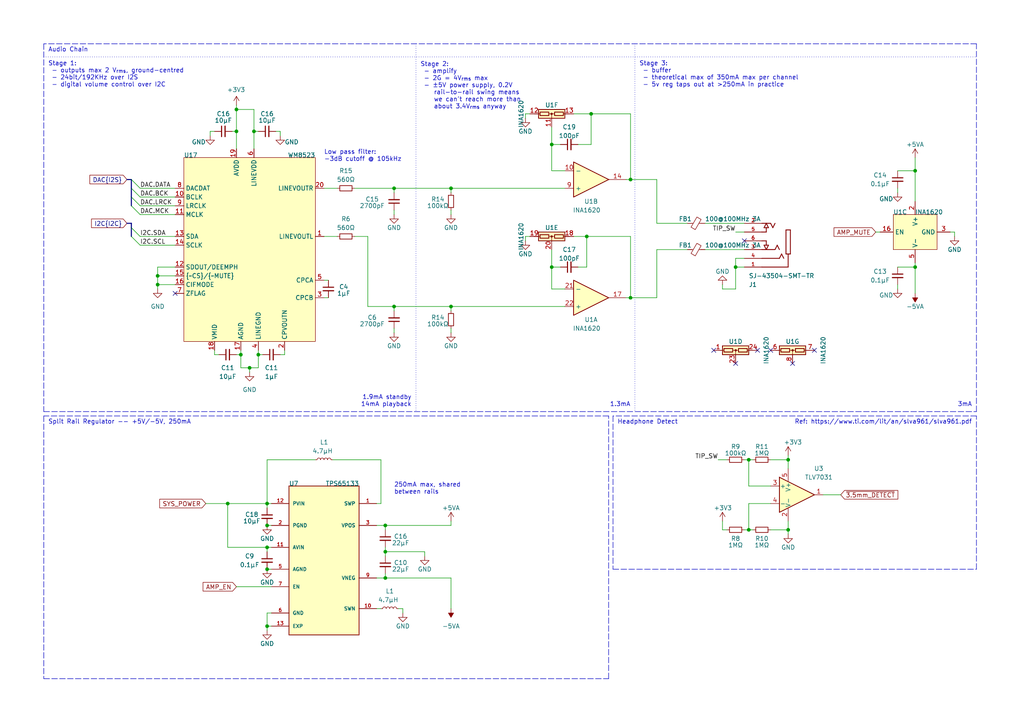
<source format=kicad_sch>
(kicad_sch (version 20230121) (generator eeschema)
  (paper "A4")
  (title_block (title "TANGARA") (date "2023-05-30") (rev "4") (company "made by jacqueline") (comment 1 "SPDX-License-Identifier: CERN-OHL-S-2.0"))
  (lib_symbols
    (symbol "Comparator:TLV7031DBV" (pin_names (offset 0.127))
      (property "Reference" "U" (at -1.27 6.35 0))
      (property "Value" "TLV7031DBV" (at -1.27 3.81 0))
      (symbol "TLV7031DBV_0_1"
        (polyline (pts (xy -5.08 5.08) (xy 5.08 0) (xy -5.08 -5.08) (xy -5.08 5.08)) (stroke (width 0.254)) (fill (type background)))
        (pin power_in line (at -2.54 -7.62 90) (length 3.81) (name "V-") (number "2"))
        (pin power_in line (at -2.54 7.62 270) (length 3.81) (name "V+") (number "5"))
      )
      (symbol "TLV7031DBV_1_1"
        (pin output line (at 7.62 0 180) (length 2.54) (name "~") (number "1"))
        (pin input line (at -7.62 2.54 0) (length 2.54) (name "+") (number "3"))
        (pin input line (at -7.62 -2.54 0) (length 2.54) (name "-") (number "4"))
      )
    )
    (symbol "Device:C_Small" (pin_numbers hide) (pin_names (offset 0.254) hide)
      (property "Reference" "C" (at 0.254 1.778 0))
      (property "Value" "C_Small" (at 0.254 -2.032 0))
      (symbol "C_Small_0_1"
        (polyline (pts (xy -1.524 -0.508) (xy 1.524 -0.508)) (stroke (width 0.3302)))
        (polyline (pts (xy -1.524 0.508) (xy 1.524 0.508)) (stroke (width 0.3048)))
      )
      (symbol "C_Small_1_1"
        (pin passive line (at 0 2.54 270) (length 2.032) (name "~") (number "1"))
        (pin passive line (at 0 -2.54 90) (length 2.032) (name "~") (number "2"))
      )
    )
    (symbol "Device:Ferrite_Bead_Small" (pin_numbers hide) (pin_names (offset 0))
      (property "Reference" "FB" (at 1.905 1.27 0))
      (property "Value" "Device_Ferrite_Bead_Small" (at 1.905 -1.27 0))
      (symbol "Ferrite_Bead_Small_0_1"
        (polyline (pts (xy 0 -1.27) (xy 0 -0.7874)))
        (polyline (pts (xy 0 0.889) (xy 0 1.2954)))
        (polyline (pts (xy -1.8288 0.2794) (xy -1.1176 1.4986) (xy 1.8288 -0.2032) (xy 1.1176 -1.4224) (xy -1.8288 0.2794)))
      )
      (symbol "Ferrite_Bead_Small_1_1"
        (pin passive line (at 0 2.54 270) (length 1.27) (name "~") (number "1"))
        (pin passive line (at 0 -2.54 90) (length 1.27) (name "~") (number "2"))
      )
    )
    (symbol "Device:L_Small" (pin_numbers hide) (pin_names (offset 0.254) hide)
      (property "Reference" "L" (at 0.762 1.016 0))
      (property "Value" "L_Small" (at 0.762 -1.016 0))
      (symbol "L_Small_0_1"
        (arc (start 0 -2.032) (mid 0.5058 -1.524) (end 0 -1.016))
        (arc (start 0 -1.016) (mid 0.5058 -0.508) (end 0 0))
        (arc (start 0 0) (mid 0.5058 0.508) (end 0 1.016))
        (arc (start 0 1.016) (mid 0.5058 1.524) (end 0 2.032))
      )
      (symbol "L_Small_1_1"
        (pin passive line (at 0 2.54 270) (length 0.508) (name "~") (number "1"))
        (pin passive line (at 0 -2.54 90) (length 0.508) (name "~") (number "2"))
      )
    )
    (symbol "Device:R_Small" (pin_numbers hide) (pin_names (offset 0.254) hide)
      (property "Reference" "R" (at 0.762 0.508 0))
      (property "Value" "R_Small" (at 0.762 -1.016 0))
      (symbol "R_Small_0_1"
        (rectangle (start -0.762 1.778) (end 0.762 -1.778) (stroke (width 0.2032)))
      )
      (symbol "R_Small_1_1"
        (pin passive line (at 0 2.54 270) (length 0.762) (name "~") (number "1"))
        (pin passive line (at 0 -2.54 90) (length 0.762) (name "~") (number "2"))
      )
    )
    (symbol "power:+3V3" (power) (pin_names (offset 0))
      (property "Value" "+3V3" (at 0 3.556 0))
      (symbol "+3V3_0_1"
        (polyline (pts (xy -0.762 1.27) (xy 0 2.54)))
        (polyline (pts (xy 0 0) (xy 0 2.54)))
        (polyline (pts (xy 0 2.54) (xy 0.762 1.27)))
      )
      (symbol "+3V3_1_1"
        (pin power_in line (at 0 0 90) (length 0) hide (name "+3V3") (number "1"))
      )
    )
    (symbol "power:+5VA" (power) (pin_names (offset 0))
      (property "Value" "+5VA" (at 0 3.556 0))
      (symbol "+5VA_0_1"
        (polyline (pts (xy -0.762 1.27) (xy 0 2.54)))
        (polyline (pts (xy 0 0) (xy 0 2.54)))
        (polyline (pts (xy 0 2.54) (xy 0.762 1.27)))
      )
      (symbol "+5VA_1_1"
        (pin power_in line (at 0 0 90) (length 0) hide (name "+5VA") (number "1"))
      )
    )
    (symbol "power:-5VA" (power) (pin_names (offset 0))
      (property "Value" "-5VA" (at 0 3.81 0))
      (symbol "-5VA_0_0"
        (pin power_in line (at 0 0 90) (length 0) hide (name "-5VA") (number "1"))
      )
      (symbol "-5VA_0_1"
        (polyline (pts (xy 0 0) (xy 0 1.27) (xy 0.762 1.27) (xy 0 2.54) (xy -0.762 1.27) (xy 0 1.27)) (fill (type outline)))
      )
    )
    (symbol "power:GND" (power) (pin_names (offset 0))
      (property "Value" "GND" (at 0 -3.81 0))
      (symbol "GND_0_1"
        (polyline (pts (xy 0 0) (xy 0 -1.27) (xy 1.27 -1.27) (xy 0 -2.54) (xy -1.27 -1.27) (xy 0 -1.27)))
      )
      (symbol "GND_1_1"
        (pin power_in line (at 0 0 270) (length 0) hide (name "GND") (number "1"))
      )
    )
    (symbol "symbols:INA1620"
      (property "Reference" "U" (at -3.81 7.62 0))
      (symbol "INA1620_1_1"
        (polyline (pts (xy 6.35 0) (xy -3.81 5.08) (xy -3.81 -5.08) (xy 6.35 0)) (stroke (width 0.254)) (fill (type background)))
        (pin output line (at 11.43 0 180) (length 5.08) (name "") (number "17"))
        (pin input line (at -6.35 -2.54 0) (length 2.54) (name "-") (number "21"))
        (pin input line (at -6.35 2.54 0) (length 2.54) (name "+") (number "22"))
      )
      (symbol "INA1620_2_1"
        (polyline (pts (xy 6.35 0) (xy -3.81 5.08) (xy -3.81 -5.08) (xy 6.35 0)) (stroke (width 0.254)) (fill (type background)))
        (pin input line (at -6.35 -2.54 0) (length 2.54) (name "-") (number "10"))
        (pin output line (at 11.43 0 180) (length 5.08) (name "") (number "14"))
        (pin input line (at -6.35 2.54 0) (length 2.54) (name "+") (number "9"))
      )
      (symbol "INA1620_3_1"
        (rectangle (start -6.35 5.08) (end 6.35 -5.08) (fill (type background)))
        (pin no_connect line (at -6.35 1.27 0) (length 3.81) hide (name "NC") (number "15"))
        (pin power_in line (at -10.16 0 0) (length 3.81) (name "EN") (number "16"))
        (pin power_in line (at 0 8.89 270) (length 3.81) (name "V+") (number "2"))
        (pin power_in line (at 0 -8.89 90) (length 3.81) hide (name "EP") (number "25"))
        (pin power_in line (at 10.16 0 180) (length 3.81) (name "GND") (number "3"))
        (pin no_connect line (at -6.35 -1.27 0) (length 3.81) hide (name "NC") (number "4"))
        (pin power_in line (at 0 -8.89 90) (length 3.81) (name "V-") (number "5"))
      )
      (symbol "INA1620_4_1"
        (rectangle (start -1.27 3.81) (end 1.27 -3.81) (stroke (width 0.254)) (fill (type background)))
        (rectangle (start -0.508 -0.8382) (end 0.508 -3.3782) (stroke (width 0.254)))
        (rectangle (start -0.508 3.3782) (end 0.508 0.8382) (stroke (width 0.254)))
        (polyline (pts (xy 0 -5.08) (xy 0 -3.429)))
        (polyline (pts (xy 0 0.889) (xy 0 -0.889)))
        (polyline (pts (xy 0 5.08) (xy 0 3.3782)))
        (polyline (pts (xy 1.27 0) (xy 0 0)))
        (circle (center 0 0.0254) (radius 0.254) (fill (type outline)))
        (pin passive line (at 0 -6.35 90) (length 2.54) (name "~") (number "1"))
        (pin passive line (at 3.81 0 180) (length 2.54) (name "~") (number "23"))
        (pin passive line (at 0 6.35 270) (length 2.54) (name "") (number "24"))
      )
      (symbol "INA1620_5_1"
        (rectangle (start -1.27 3.81) (end 1.27 -3.81) (stroke (width 0.254)) (fill (type background)))
        (rectangle (start -0.508 -0.8382) (end 0.508 -3.3782) (stroke (width 0.254)))
        (rectangle (start -0.508 3.3782) (end 0.508 0.8382) (stroke (width 0.254)))
        (polyline (pts (xy 0 -5.08) (xy 0 -3.429)))
        (polyline (pts (xy 0 0.889) (xy 0 -0.889)))
        (polyline (pts (xy 0 5.08) (xy 0 3.3782)))
        (polyline (pts (xy 1.27 0) (xy 0 0)))
        (circle (center 0 0.0254) (radius 0.254) (fill (type outline)))
        (pin passive line (at 0 -6.35 90) (length 2.54) (name "~") (number "18"))
        (pin passive line (at 0 6.35 270) (length 2.54) (name "~") (number "19"))
        (pin passive line (at 3.81 0 180) (length 2.54) (name "~") (number "20"))
      )
      (symbol "INA1620_6_1"
        (rectangle (start -1.27 3.81) (end 1.27 -3.81) (stroke (width 0.254)) (fill (type background)))
        (rectangle (start -0.508 -0.8382) (end 0.508 -3.3782) (stroke (width 0.254)))
        (rectangle (start -0.508 3.3782) (end 0.508 0.8382) (stroke (width 0.254)))
        (polyline (pts (xy 0 -5.08) (xy 0 -3.429)))
        (polyline (pts (xy 0 0.889) (xy 0 -0.889)))
        (polyline (pts (xy 0 5.08) (xy 0 3.3782)))
        (polyline (pts (xy 1.27 0) (xy 0 0)))
        (circle (center 0 0.0254) (radius 0.254) (fill (type outline)))
        (pin passive line (at 3.81 0 180) (length 2.54) (name "~") (number "11"))
        (pin passive line (at 0 6.35 270) (length 2.54) (name "~") (number "12"))
        (pin passive line (at 0 -6.35 90) (length 2.54) (name "~") (number "13"))
      )
      (symbol "INA1620_7_1"
        (rectangle (start -1.27 3.81) (end 1.27 -3.81) (stroke (width 0.254)) (fill (type background)))
        (rectangle (start -0.508 -0.8382) (end 0.508 -3.3782) (stroke (width 0.254)))
        (rectangle (start -0.508 3.3782) (end 0.508 0.8382) (stroke (width 0.254)))
        (polyline (pts (xy 0 -5.08) (xy 0 -3.429)))
        (polyline (pts (xy 0 0.889) (xy 0 -0.889)))
        (polyline (pts (xy 0 5.08) (xy 0 3.3782)))
        (polyline (pts (xy 1.27 0) (xy 0 0)))
        (circle (center 0 0.0254) (radius 0.254) (fill (type outline)))
        (pin passive line (at 0 -6.35 90) (length 2.54) (name "~") (number "6"))
        (pin passive line (at 0 6.35 270) (length 2.54) (name "~") (number "7"))
        (pin passive line (at 3.81 0 180) (length 2.54) (name "~") (number "8"))
      )
    )
    (symbol "symbols:SJ-43504-SMT-TR" (pin_names (offset 1.016))
      (property "Reference" "J" (at -8.9086 6.3633 0))
      (property "Value" "SJ-43504-SMT-TR" (at -8.8984 -11.4407 0))
      (symbol "SJ-43504-SMT-TR_0_0"
        (polyline (pts (xy -8.255 -5.715) (xy -8.255 1.27)) (stroke (width 0.254)))
        (polyline (pts (xy -8.255 1.27) (xy -7.62 1.27)) (stroke (width 0.254)))
        (polyline (pts (xy -7.62 1.27) (xy -6.985 1.27)) (stroke (width 0.254)))
        (polyline (pts (xy -7.62 5.08) (xy -7.62 1.27)) (stroke (width 0.254)))
        (polyline (pts (xy -6.985 -5.715) (xy -8.255 -5.715)) (stroke (width 0.254)))
        (polyline (pts (xy -6.985 1.27) (xy -6.985 -5.715)) (stroke (width 0.254)))
        (polyline (pts (xy -5.715 1.27) (xy -6.35 2.54)) (stroke (width 0.254)))
        (polyline (pts (xy -5.08 2.54) (xy -5.715 1.27)) (stroke (width 0.254)))
        (polyline (pts (xy -4.445 -1.27) (xy -5.08 0)) (stroke (width 0.254)))
        (polyline (pts (xy -3.81 0) (xy -4.445 -1.27)) (stroke (width 0.254)))
        (polyline (pts (xy -3.175 -6.35) (xy -3.81 -7.62)) (stroke (width 0.254)))
        (polyline (pts (xy -2.54 -7.62) (xy -3.175 -6.35)) (stroke (width 0.254)))
        (polyline (pts (xy -1.905 -6.35) (xy -1.27 -6.35)) (stroke (width 0.254)))
        (polyline (pts (xy -1.905 -1.27) (xy -1.27 -1.27)) (stroke (width 0.254)))
        (polyline (pts (xy -1.27 -7.62) (xy -2.54 -7.62)) (stroke (width 0.254)))
        (polyline (pts (xy -1.27 -7.62) (xy -1.905 -6.35)) (stroke (width 0.254)))
        (polyline (pts (xy -1.27 -6.35) (xy -0.635 -6.35)) (stroke (width 0.254)))
        (polyline (pts (xy -1.27 -5.08) (xy -1.27 -6.35)) (stroke (width 0.254)))
        (polyline (pts (xy -1.27 -2.54) (xy -1.27 -1.27)) (stroke (width 0.254)))
        (polyline (pts (xy -1.27 -1.27) (xy -0.635 -1.27)) (stroke (width 0.254)))
        (polyline (pts (xy -1.27 0) (xy -3.81 0)) (stroke (width 0.254)))
        (polyline (pts (xy -1.27 0) (xy -1.905 -1.27)) (stroke (width 0.254)))
        (polyline (pts (xy -0.635 -6.35) (xy -1.27 -7.62)) (stroke (width 0.254)))
        (polyline (pts (xy -0.635 -1.27) (xy -1.27 0)) (stroke (width 0.254)))
        (polyline (pts (xy 0 -7.62) (xy -1.27 -7.62)) (stroke (width 0.254)))
        (polyline (pts (xy 0 -5.08) (xy -1.27 -5.08)) (stroke (width 0.254)))
        (polyline (pts (xy 0 -2.54) (xy -1.27 -2.54)) (stroke (width 0.254)))
        (polyline (pts (xy 0 0) (xy -1.27 0)) (stroke (width 0.254)))
        (polyline (pts (xy 0 2.54) (xy -5.08 2.54)) (stroke (width 0.254)))
        (polyline (pts (xy 0 5.08) (xy -7.62 5.08)) (stroke (width 0.254)))
        (pin passive line (at 5.08 5.08 180) (length 5.08) (name "~") (number "1"))
        (pin passive line (at 5.08 -7.62 180) (length 5.08) (name "~") (number "2"))
        (pin passive line (at 5.08 0 180) (length 5.08) (name "~") (number "3"))
        (pin passive line (at 5.08 2.54 180) (length 5.08) (name "~") (number "4"))
        (pin passive line (at 5.08 -5.08 180) (length 5.08) (name "~") (number "5"))
        (pin passive line (at 5.08 -2.54 180) (length 5.08) (name "~") (number "6"))
      )
    )
    (symbol "symbols:TPS65135RTER" (pin_names (offset 1.016))
      (property "Reference" "U" (at -10.16 23.622 0))
      (property "Value" "TPS65135RTER" (at -10.16 -22.86 0))
      (symbol "TPS65135RTER_0_0"
        (rectangle (start -10.16 22.86) (end 10.16 -20.32) (stroke (width 0.254)) (fill (type background)))
        (pin bidirectional line (at 15.24 17.78 180) (length 5.08) (name "SWP") (number "1"))
        (pin bidirectional line (at 15.24 -12.7 180) (length 5.08) (name "SWN") (number "10"))
        (pin bidirectional line (at -15.24 5.08 0) (length 5.08) (name "AVIN") (number "11"))
        (pin bidirectional line (at -15.24 17.78 0) (length 5.08) (name "PVIN") (number "12"))
        (pin power_in line (at -15.24 -17.78 0) (length 5.08) (name "EXP") (number "13"))
        (pin power_in line (at -15.24 11.43 0) (length 5.08) (name "PGND") (number "2"))
        (pin output line (at 15.24 11.43 180) (length 5.08) (name "VPOS") (number "3"))
        (pin power_in line (at -15.24 -13.97 0) (length 5.08) hide (name "GND") (number "4"))
        (pin input line (at -15.24 -1.27 0) (length 5.08) (name "AGND") (number "5"))
        (pin power_in line (at -15.24 -13.97 0) (length 5.08) (name "GND") (number "6"))
        (pin input line (at -15.24 -6.35 0) (length 5.08) (name "EN") (number "7"))
        (pin output line (at -15.24 -13.97 0) (length 5.08) hide (name "GND") (number "8"))
        (pin output line (at 15.24 -3.81 180) (length 5.08) (name "VNEG") (number "9"))
      )
    )
    (symbol "symbols:WM8523"
      (property "Reference" "U" (at -3.81 5.08 0))
      (symbol "WM8523_0_0"
        (pin output line (at 21.59 2.54 180) (length 2.54) (name "LINEVOUTL") (number "1"))
        (pin output line (at -21.59 13.97 0) (length 2.54) (name "BCLK") (number "10"))
        (pin output line (at -21.59 8.89 0) (length 2.54) (name "MCLK") (number "11"))
        (pin output line (at -21.59 -6.35 0) (length 2.54) (name "SDOUT/DEEMPH") (number "12"))
        (pin output line (at -21.59 2.54 0) (length 2.54) (name "SDA") (number "13"))
        (pin output line (at -21.59 0 0) (length 2.54) (name "SCLK") (number "14"))
        (pin output line (at -21.59 -8.89 0) (length 2.54) (name "{~CS}/{~MUTE}") (number "15"))
        (pin output line (at -21.59 -11.43 0) (length 2.54) (name "CIFMODE") (number "16"))
        (pin output line (at -2.54 -30.48 90) (length 2.54) (name "AGND") (number "17"))
        (pin output line (at -10.16 -30.48 90) (length 2.54) (name "VMID") (number "18"))
        (pin output line (at -3.81 27.94 270) (length 2.54) (name "AVDD") (number "19"))
        (pin output line (at 10.16 -30.48 90) (length 2.54) (name "CPVOUTN") (number "2"))
        (pin output line (at 21.59 16.51 180) (length 2.54) (name "LINEVOUTR") (number "20"))
        (pin output line (at 21.59 -15.24 180) (length 2.54) (name "CPCB") (number "3"))
        (pin output line (at 2.54 -30.48 90) (length 2.54) (name "LINEGND") (number "4"))
        (pin output line (at 21.59 -10.16 180) (length 2.54) (name "CPCA") (number "5"))
        (pin output line (at 1.27 27.94 270) (length 2.54) (name "LINEVDD") (number "6"))
        (pin output line (at -21.59 -13.97 0) (length 2.54) (name "ZFLAG") (number "7"))
        (pin output line (at -21.59 16.51 0) (length 2.54) (name "DACDAT") (number "8"))
        (pin output line (at -21.59 11.43 0) (length 2.54) (name "LRCLK") (number "9"))
      )
      (symbol "WM8523_0_1"
        (rectangle (start -19.05 25.4) (end 19.05 -27.94) (fill (type background)))
      )
    )
  )
  (junction (at 68.58 31.75))
  (junction (at 45.72 80.01))
  (junction (at 74.93 102.87))
  (junction (at 213.36 77.47))
  (junction (at 265.43 49.53))
  (junction (at 130.81 88.9))
  (junction (at 66.04 146.05))
  (junction (at 228.6 153.67))
  (junction (at 77.47 181.61))
  (junction (at 171.45 33.02))
  (junction (at 111.76 167.64))
  (junction (at 77.47 165.1))
  (junction (at 77.47 152.4))
  (junction (at 160.02 41.91))
  (junction (at 77.47 158.75))
  (junction (at 73.66 38.1))
  (junction (at 182.88 86.36))
  (junction (at 68.58 38.1))
  (junction (at 217.17 133.35))
  (junction (at 111.76 152.4))
  (junction (at 111.76 160.02))
  (junction (at 72.39 106.68))
  (junction (at 77.47 146.05))
  (junction (at 69.85 102.87))
  (junction (at 130.81 54.61))
  (junction (at 217.17 153.67))
  (junction (at 182.88 52.07))
  (junction (at 170.18 68.58))
  (junction (at 114.3 88.9))
  (junction (at 160.02 77.47))
  (junction (at 45.72 82.55))
  (junction (at 265.43 77.47))
  (junction (at 114.3 54.61))
  (junction (at 228.6 133.35))
  (no_connect (at 219.71 101.6))
  (no_connect (at 50.8 85.09))
  (no_connect (at 207.01 101.6))
  (no_connect (at 236.22 101.6))
  (no_connect (at 223.52 101.6))
  (no_connect (at 215.9 69.85))
  (no_connect (at 229.87 105.41))
  (no_connect (at 213.36 105.41))
  (bus_entry (at 38.1 52.07) (size 2.54 2.54))
  (bus_entry (at 38.1 59.69) (size 2.54 2.54))
  (bus_entry (at 40.64 71.12) (size -2.54 -2.54))
  (bus_entry (at 38.1 57.15) (size 2.54 2.54))
  (bus_entry (at 38.1 54.61) (size 2.54 2.54))
  (bus_entry (at 40.64 68.58) (size -2.54 -2.54))
  (wire (pts (xy 109.22 146.05) (xy 110.49 146.05)))
  (polyline (pts (xy 12.7 16.51) (xy 283.21 16.51)) (stroke (width 0) (type dot)))
  (bus (pts (xy 38.1 54.61) (xy 38.1 57.15)))
  (wire (pts (xy 182.88 68.58) (xy 182.88 86.36)))
  (wire (pts (xy 68.58 31.75) (xy 68.58 38.1)))
  (wire (pts (xy 160.02 49.53) (xy 160.02 41.91)))
  (wire (pts (xy 82.55 102.87) (xy 81.28 102.87)))
  (polyline (pts (xy 283.21 12.7) (xy 12.7 12.7)) (stroke (width 0) (type dash)))
  (polyline (pts (xy 283.21 119.38) (xy 283.21 12.7)) (stroke (width 0) (type dash)))
  (wire (pts (xy 181.61 86.36) (xy 182.88 86.36)))
  (wire (pts (xy 181.61 52.07) (xy 182.88 52.07)))
  (polyline (pts (xy 120.65 12.7) (xy 120.65 119.38)) (stroke (width 0) (type dot)))
  (wire (pts (xy 40.64 68.58) (xy 50.8 68.58)))
  (wire (pts (xy 77.47 133.35) (xy 91.44 133.35)))
  (wire (pts (xy 110.49 176.53) (xy 109.22 176.53)))
  (wire (pts (xy 62.23 102.87) (xy 63.5 102.87)))
  (wire (pts (xy 160.02 72.39) (xy 160.02 77.47)))
  (wire (pts (xy 170.18 77.47) (xy 170.18 68.58)))
  (wire (pts (xy 276.86 67.31) (xy 275.59 67.31)))
  (wire (pts (xy 190.5 64.77) (xy 199.39 64.77)))
  (wire (pts (xy 73.66 31.75) (xy 68.58 31.75)))
  (wire (pts (xy 66.04 158.75) (xy 66.04 146.05)))
  (wire (pts (xy 160.02 83.82) (xy 163.83 83.82)))
  (wire (pts (xy 223.52 140.97) (xy 217.17 140.97)))
  (wire (pts (xy 45.72 80.01) (xy 45.72 82.55)))
  (wire (pts (xy 265.43 77.47) (xy 265.43 76.2)))
  (wire (pts (xy 50.8 77.47) (xy 45.72 77.47)))
  (wire (pts (xy 190.5 52.07) (xy 182.88 52.07)))
  (wire (pts (xy 130.81 96.52) (xy 130.81 95.25)))
  (wire (pts (xy 114.3 62.23) (xy 114.3 60.96)))
  (wire (pts (xy 209.55 153.67) (xy 210.82 153.67)))
  (wire (pts (xy 62.23 101.6) (xy 62.23 102.87)))
  (wire (pts (xy 116.84 176.53) (xy 116.84 177.8)))
  (polyline (pts (xy 283.21 120.65) (xy 177.8 120.65)) (stroke (width 0) (type dash)))
  (wire (pts (xy 238.76 143.51) (xy 243.84 143.51)))
  (wire (pts (xy 77.47 147.32) (xy 77.47 146.05)))
  (wire (pts (xy 209.55 83.82) (xy 209.55 82.55)))
  (wire (pts (xy 68.58 38.1) (xy 68.58 43.18)))
  (wire (pts (xy 110.49 146.05) (xy 110.49 133.35)))
  (wire (pts (xy 40.64 54.61) (xy 50.8 54.61)))
  (wire (pts (xy 111.76 152.4) (xy 111.76 153.67)))
  (wire (pts (xy 166.37 33.02) (xy 171.45 33.02)))
  (polyline (pts (xy 176.53 120.65) (xy 12.7 120.65)) (stroke (width 0) (type dash)))
  (wire (pts (xy 77.47 182.88) (xy 77.47 181.61)))
  (wire (pts (xy 97.79 68.58) (xy 93.98 68.58)))
  (wire (pts (xy 228.6 132.08) (xy 228.6 133.35)))
  (wire (pts (xy 130.81 167.64) (xy 111.76 167.64)))
  (wire (pts (xy 254 67.31) (xy 255.27 67.31)))
  (wire (pts (xy 68.58 30.48) (xy 68.58 31.75)))
  (wire (pts (xy 97.79 54.61) (xy 93.98 54.61)))
  (bus (pts (xy 36.83 64.77) (xy 38.1 64.77)))
  (wire (pts (xy 69.85 102.87) (xy 68.58 102.87)))
  (wire (pts (xy 77.47 146.05) (xy 77.47 133.35)))
  (wire (pts (xy 260.35 77.47) (xy 265.43 77.47)))
  (wire (pts (xy 114.3 96.52) (xy 114.3 95.25)))
  (wire (pts (xy 160.02 77.47) (xy 162.56 77.47)))
  (wire (pts (xy 160.02 36.83) (xy 160.02 41.91)))
  (wire (pts (xy 217.17 140.97) (xy 217.17 133.35)))
  (wire (pts (xy 62.23 38.1) (xy 60.96 38.1)))
  (wire (pts (xy 153.67 68.58) (xy 152.4 68.58)))
  (wire (pts (xy 69.85 106.68) (xy 69.85 102.87)))
  (wire (pts (xy 95.25 86.36) (xy 93.98 86.36)))
  (wire (pts (xy 81.28 38.1) (xy 80.01 38.1)))
  (wire (pts (xy 223.52 146.05) (xy 217.17 146.05)))
  (wire (pts (xy 74.93 106.68) (xy 72.39 106.68)))
  (wire (pts (xy 111.76 160.02) (xy 111.76 161.29)))
  (wire (pts (xy 130.81 151.13) (xy 130.81 152.4)))
  (wire (pts (xy 213.36 83.82) (xy 209.55 83.82)))
  (polyline (pts (xy 283.21 165.1) (xy 283.21 120.65)) (stroke (width 0) (type dash)))
  (wire (pts (xy 215.9 153.67) (xy 217.17 153.67)))
  (wire (pts (xy 167.64 77.47) (xy 170.18 77.47)))
  (wire (pts (xy 69.85 101.6) (xy 69.85 102.87)))
  (wire (pts (xy 74.93 102.87) (xy 76.2 102.87)))
  (wire (pts (xy 171.45 33.02) (xy 182.88 33.02)))
  (wire (pts (xy 81.28 39.37) (xy 81.28 38.1)))
  (wire (pts (xy 111.76 152.4) (xy 130.81 152.4)))
  (wire (pts (xy 260.35 83.82) (xy 260.35 82.55)))
  (wire (pts (xy 215.9 133.35) (xy 217.17 133.35)))
  (wire (pts (xy 265.43 77.47) (xy 265.43 85.09)))
  (wire (pts (xy 74.93 102.87) (xy 74.93 106.68)))
  (wire (pts (xy 223.52 133.35) (xy 228.6 133.35)))
  (wire (pts (xy 213.36 67.31) (xy 215.9 67.31)))
  (wire (pts (xy 109.22 152.4) (xy 111.76 152.4)))
  (wire (pts (xy 130.81 55.88) (xy 130.81 54.61)))
  (wire (pts (xy 40.64 71.12) (xy 50.8 71.12)))
  (wire (pts (xy 130.81 54.61) (xy 163.83 54.61)))
  (wire (pts (xy 170.18 68.58) (xy 182.88 68.58)))
  (wire (pts (xy 265.43 49.53) (xy 260.35 49.53)))
  (wire (pts (xy 77.47 181.61) (xy 78.74 181.61)))
  (wire (pts (xy 72.39 106.68) (xy 69.85 106.68)))
  (wire (pts (xy 106.68 88.9) (xy 114.3 88.9)))
  (wire (pts (xy 114.3 54.61) (xy 130.81 54.61)))
  (polyline (pts (xy 177.8 165.1) (xy 283.21 165.1)) (stroke (width 0) (type dash)))
  (wire (pts (xy 111.76 158.75) (xy 111.76 160.02)))
  (wire (pts (xy 217.17 153.67) (xy 218.44 153.67)))
  (wire (pts (xy 59.69 146.05) (xy 66.04 146.05)))
  (wire (pts (xy 130.81 90.17) (xy 130.81 88.9)))
  (polyline (pts (xy 12.7 12.7) (xy 12.7 119.38)) (stroke (width 0) (type dash)))
  (wire (pts (xy 228.6 154.94) (xy 228.6 153.67)))
  (wire (pts (xy 190.5 64.77) (xy 190.5 52.07)))
  (wire (pts (xy 106.68 68.58) (xy 106.68 88.9)))
  (wire (pts (xy 213.36 77.47) (xy 213.36 83.82)))
  (bus (pts (xy 36.83 52.07) (xy 38.1 52.07)))
  (polyline (pts (xy 176.53 196.85) (xy 176.53 120.65)) (stroke (width 0) (type dash)))
  (wire (pts (xy 40.64 62.23) (xy 50.8 62.23)))
  (wire (pts (xy 213.36 74.93) (xy 215.9 74.93)))
  (wire (pts (xy 72.39 106.68) (xy 72.39 107.95)))
  (wire (pts (xy 74.93 101.6) (xy 74.93 102.87)))
  (wire (pts (xy 217.17 133.35) (xy 218.44 133.35)))
  (bus (pts (xy 38.1 57.15) (xy 38.1 59.69)))
  (wire (pts (xy 60.96 38.1) (xy 60.96 39.37)))
  (wire (pts (xy 167.64 41.91) (xy 171.45 41.91)))
  (bus (pts (xy 38.1 66.04) (xy 38.1 68.58)))
  (wire (pts (xy 73.66 38.1) (xy 73.66 43.18)))
  (wire (pts (xy 123.19 160.02) (xy 111.76 160.02)))
  (wire (pts (xy 40.64 57.15) (xy 50.8 57.15)))
  (wire (pts (xy 204.47 64.77) (xy 215.9 64.77)))
  (polyline (pts (xy 12.7 120.65) (xy 12.7 196.85)) (stroke (width 0) (type dash)))
  (wire (pts (xy 68.58 170.18) (xy 78.74 170.18)))
  (wire (pts (xy 265.43 45.72) (xy 265.43 49.53)))
  (wire (pts (xy 109.22 167.64) (xy 111.76 167.64)))
  (polyline (pts (xy 12.7 196.85) (xy 176.53 196.85)) (stroke (width 0) (type dash)))
  (wire (pts (xy 276.86 68.58) (xy 276.86 67.31)))
  (wire (pts (xy 114.3 88.9) (xy 130.81 88.9)))
  (wire (pts (xy 77.47 165.1) (xy 78.74 165.1)))
  (wire (pts (xy 77.47 158.75) (xy 78.74 158.75)))
  (wire (pts (xy 209.55 151.13) (xy 209.55 153.67)))
  (wire (pts (xy 265.43 49.53) (xy 265.43 58.42)))
  (wire (pts (xy 77.47 152.4) (xy 78.74 152.4)))
  (wire (pts (xy 190.5 72.39) (xy 199.39 72.39)))
  (wire (pts (xy 130.81 62.23) (xy 130.81 60.96)))
  (wire (pts (xy 82.55 101.6) (xy 82.55 102.87)))
  (wire (pts (xy 130.81 176.53) (xy 130.81 167.64)))
  (wire (pts (xy 110.49 133.35) (xy 96.52 133.35)))
  (wire (pts (xy 152.4 33.02) (xy 152.4 34.29)))
  (wire (pts (xy 95.25 81.28) (xy 93.98 81.28)))
  (wire (pts (xy 208.28 133.35) (xy 210.82 133.35)))
  (wire (pts (xy 77.47 146.05) (xy 78.74 146.05)))
  (wire (pts (xy 111.76 166.37) (xy 111.76 167.64)))
  (wire (pts (xy 45.72 82.55) (xy 45.72 83.82)))
  (wire (pts (xy 190.5 72.39) (xy 190.5 86.36)))
  (wire (pts (xy 153.67 33.02) (xy 152.4 33.02)))
  (bus (pts (xy 38.1 52.07) (xy 38.1 54.61)))
  (wire (pts (xy 115.57 176.53) (xy 116.84 176.53)))
  (wire (pts (xy 50.8 82.55) (xy 45.72 82.55)))
  (wire (pts (xy 171.45 41.91) (xy 171.45 33.02)))
  (wire (pts (xy 130.81 88.9) (xy 163.83 88.9)))
  (wire (pts (xy 228.6 133.35) (xy 228.6 135.89)))
  (wire (pts (xy 114.3 88.9) (xy 114.3 90.17)))
  (wire (pts (xy 77.47 158.75) (xy 66.04 158.75)))
  (wire (pts (xy 204.47 72.39) (xy 215.9 72.39)))
  (wire (pts (xy 66.04 146.05) (xy 77.47 146.05)))
  (wire (pts (xy 213.36 77.47) (xy 215.9 77.47)))
  (wire (pts (xy 217.17 146.05) (xy 217.17 153.67)))
  (wire (pts (xy 123.19 161.29) (xy 123.19 160.02)))
  (wire (pts (xy 74.93 38.1) (xy 73.66 38.1)))
  (wire (pts (xy 78.74 177.8) (xy 77.47 177.8)))
  (wire (pts (xy 77.47 160.02) (xy 77.47 158.75)))
  (wire (pts (xy 152.4 68.58) (xy 152.4 69.85)))
  (wire (pts (xy 163.83 49.53) (xy 160.02 49.53)))
  (wire (pts (xy 102.87 54.61) (xy 114.3 54.61)))
  (wire (pts (xy 182.88 33.02) (xy 182.88 52.07)))
  (wire (pts (xy 223.52 153.67) (xy 228.6 153.67)))
  (wire (pts (xy 213.36 77.47) (xy 213.36 74.93)))
  (wire (pts (xy 166.37 68.58) (xy 170.18 68.58)))
  (wire (pts (xy 160.02 41.91) (xy 162.56 41.91)))
  (wire (pts (xy 160.02 77.47) (xy 160.02 83.82)))
  (wire (pts (xy 67.31 38.1) (xy 68.58 38.1)))
  (wire (pts (xy 50.8 80.01) (xy 45.72 80.01)))
  (wire (pts (xy 102.87 68.58) (xy 106.68 68.58)))
  (polyline (pts (xy 184.15 12.7) (xy 184.15 119.38)) (stroke (width 0) (type dot)))
  (polyline (pts (xy 177.8 120.65) (xy 177.8 165.1)) (stroke (width 0) (type dash)))
  (wire (pts (xy 40.64 59.69) (xy 50.8 59.69)))
  (wire (pts (xy 260.35 55.88) (xy 260.35 54.61)))
  (wire (pts (xy 228.6 153.67) (xy 228.6 151.13)))
  (wire (pts (xy 45.72 77.47) (xy 45.72 80.01)))
  (polyline (pts (xy 12.7 119.38) (xy 283.21 119.38)) (stroke (width 0) (type dash)))
  (wire (pts (xy 73.66 38.1) (xy 73.66 31.75)))
  (wire (pts (xy 182.88 86.36) (xy 190.5 86.36)))
  (wire (pts (xy 77.47 177.8) (xy 77.47 181.61)))
  (wire (pts (xy 114.3 54.61) (xy 114.3 55.88)))
  (bus (pts (xy 38.1 64.77) (xy 38.1 66.04)))
  (text "Low pass filter:\n-3dB cutoff @ 105kHz" (at 93.98 46.99 0) (effects (font (size 1.27 1.27)) (justify left bottom)))
  (text "Stage 2:\n - amplify\n - 2G = 4V_{rms} max\n - ±5V power supply, 0.2V\n    rail-to-rail swing means\n    we can't reach more than\n    about 3.4V_{rms} anyway" (at 121.92 31.75 0) (effects (font (size 1.27 1.27)) (justify left bottom)))
  (text "1.9mA standby\n14mA playback" (at 119.38 118.11 0) (effects (font (size 1.27 1.27)) (justify right bottom)))
  (text "Audio Chain\n" (at 13.97 15.24 0) (effects (font (size 1.27 1.27)) (justify left bottom)))
  (text "Ref: https://www.ti.com/lit/an/slva961/slva961.pdf" (at 281.94 123.19 0) (effects (font (size 1.27 1.27)) (justify right bottom)))
  (text "Stage 1:\n - outputs max 2 V_{rms}, ground-centred\n - 24bit/192KHz over I2S\n - digital volume control over I2C" (at 13.97 25.4 0) (effects (font (size 1.27 1.27)) (justify left bottom)))
  (text "250mA max, shared\nbetween rails" (at 114.3 143.51 0) (effects (font (size 1.27 1.27)) (justify left bottom)))
  (text "Stage 3:\n - buffer\n - theoretical max of 350mA max per channel\n - 5v reg taps out at >250mA in practice" (at 185.42 25.4 0) (effects (font (size 1.27 1.27)) (justify left bottom)))
  (text "Headphone Detect" (at 179.07 123.19 0) (effects (font (size 1.27 1.27)) (justify left bottom)))
  (text "3mA" (at 281.94 118.11 0) (effects (font (size 1.27 1.27)) (justify right bottom)))
  (text "1.3mA" (at 182.88 118.11 0) (effects (font (size 1.27 1.27)) (justify right bottom)))
  (text "Split Rail Regulator -- +5V/-5V, 250mA" (at 13.97 123.19 0) (effects (font (size 1.27 1.27)) (justify left bottom)))
  (label "TIP_SW" (at 213.36 67.31 180))
  (label "I2C.SDA" (at 40.64 68.58 0))
  (label "DAC.MCK" (at 40.64 62.23 0))
  (label "TIP_SW" (at 208.28 133.35 180))
  (label "DAC.LRCK" (at 40.64 59.69 0))
  (label "DAC.DATA" (at 40.64 54.61 0))
  (label "DAC.BCK" (at 40.64 57.15 0))
  (label "I2C.SCL" (at 40.64 71.12 0))
  (global_label "AMP_MUTE" (shape input) (at 254 67.31 180) (property "Intersheetrefs" "${INTERSHEET_REFS}" (effects hide)))
  (global_label "~{3.5mm_DETECT}" (shape input) (at 243.84 143.51 0) (property "Intersheetrefs" "${INTERSHEET_REFS}" (effects hide)))
  (global_label "AMP_EN" (shape input) (at 68.58 170.18 180) (property "Intersheetrefs" "${INTERSHEET_REFS}" (effects hide)))
  (global_label "I2C{I2C}" (shape input) (at 36.83 64.77 180) (property "Intersheetrefs" "${INTERSHEET_REFS}" (effects hide)))
  (global_label "DAC{I2S}" (shape input) (at 36.83 52.07 180) (property "Intersheetrefs" "${INTERSHEET_REFS}" (effects hide)))
  (global_label "SYS_POWER" (shape input) (at 59.69 146.05 180) (property "Intersheetrefs" "${INTERSHEET_REFS}" (effects hide)))
  (symbol (lib_id "power:GND") (at 77.47 165.1 0) (unit 1)
    (property "Reference" "#PWR015" (effects hide))
    (property "Value" "GND" (at 77.47 168.91 0))
  )
  (symbol (lib_id "symbols:SJ-43504-SMT-TR") (at 220.98 72.39 180) (unit 1)
    (property "Reference" "J1" (at 217.17 82.55 0) (effects (justify right)))
    (property "Value" "SJ-43504-SMT-TR" (at 217.17 80.01 0) (effects (justify right)))
    (property "Footprint" "footprints:CUI_SJ-43504-SMT-TR" (effects hide))
    (property "MPN" "SJ-43504-SMT-TR" (effects hide))
  )
  (symbol (lib_id "power:+3V3") (at 68.58 30.48 0) (unit 1)
    (property "Reference" "#PWR07" (effects hide))
    (property "Value" "+3V3" (at 71.12 26.035 0) (effects (justify right)))
  )
  (symbol (lib_id "power:GND") (at 228.6 154.94 0) (unit 1)
    (property "Reference" "#PWR048" (effects hide))
    (property "Value" "GND" (at 228.6 158.75 0))
  )
  (symbol (lib_id "power:GND") (at 276.86 68.58 0) (unit 1)
    (property "Reference" "#PWR038" (effects hide))
    (property "Value" "GND" (at 276.86 72.39 0))
  )
  (symbol (lib_id "Device:Ferrite_Bead_Small") (at 201.93 72.39 90) (unit 1)
    (property "Reference" "FB1" (at 200.66 71.12 90) (effects (justify left)))
    (property "Value" "100@100MHz 3A" (at 204.47 71.12 90) (effects (justify right)))
    (property "Footprint" "Inductor_SMD:L_0603_1608Metric" (effects hide))
    (property "MPN" "BLM18KG101TN1D" (effects hide))
    (instances (project "gay-ipod" (path "" (reference "FB1") (unit 1)) (path "" (reference "FB2") (unit 1)) (path "" (reference "FB3") (unit 1))) (project "reform2-motherboard" (path "" (reference "FB17") (unit 1))))
  )
  (symbol (lib_id "Device:Ferrite_Bead_Small") (at 201.93 64.77 90) (unit 1)
    (property "Reference" "FB1" (at 200.66 63.5 90) (effects (justify left)))
    (property "Value" "100@100MHz 3A" (at 204.47 63.5 90) (effects (justify right)))
    (property "Footprint" "Inductor_SMD:L_0603_1608Metric" (effects hide))
    (property "MPN" "BLM18KG101TN1D" (effects hide))
    (instances (project "gay-ipod" (path "" (reference "FB1") (unit 1)) (path "" (reference "FB2") (unit 1)) (path "" (reference "FB4") (unit 1))) (project "reform2-motherboard" (path "" (reference "FB17") (unit 1))))
  )
  (symbol (lib_id "symbols:INA1620") (at 265.43 67.31 0) (unit 3)
    (property "Reference" "U1" (at 259.08 62.23 0) (effects (justify left bottom)))
    (property "Value" "INA1620" (at 265.43 62.23 0) (effects (justify left bottom)))
    (property "Footprint" "Package_DFN_QFN:QFN-24-1EP_4x4mm_P0.5mm_EP2.7x2.7mm_ThermalVias" (effects hide))
  )
  (symbol (lib_id "Device:R_Small") (at 130.81 92.71 180) (unit 1)
    (property "Reference" "R14" (at 127 92.075 0))
    (property "Value" "100kΩ" (at 127 93.98 0))
    (property "Footprint" "Resistor_SMD:R_0603_1608Metric" (effects hide))
    (property "MPN" "RC0603JR-10100KL" (effects hide))
  )
  (symbol (lib_id "power:GND") (at 60.96 39.37 0) (unit 1)
    (property "Reference" "#PWR017" (effects hide))
    (property "Value" "GND" (at 59.69 41.91 0) (effects (justify right bottom)))
  )
  (symbol (lib_id "Device:C_Small") (at 165.1 41.91 90) (unit 1)
    (property "Reference" "C19" (at 165.1063 36.83 90))
    (property "Value" "100pF" (at 165.1063 39.37 90))
    (property "Footprint" "Capacitor_SMD:C_0603_1608Metric" (effects hide))
  )
  (symbol (lib_id "Device:C_Small") (at 114.3 58.42 180) (unit 1)
    (property "Reference" "C15" (at 107.95 57.785 0))
    (property "Value" "2700pF" (at 107.95 59.69 0))
    (property "Footprint" "Capacitor_SMD:C_0603_1608Metric" (effects hide))
    (property "MPN" "GRM1885C1H272JA01D" (effects hide))
  )
  (symbol (lib_id "power:+3V3") (at 209.55 151.13 0) (mirror y) (unit 1)
    (property "Reference" "#PWR047" (effects hide))
    (property "Value" "+3V3" (at 207.01 147.32 0) (effects (justify right)))
  )
  (symbol (lib_id "power:+5VA") (at 130.81 151.13 0) (unit 1)
    (property "Reference" "#PWR019" (effects hide))
    (property "Value" "+5VA" (at 130.81 147.32 0))
  )
  (symbol (lib_id "Device:L_Small") (at 113.03 176.53 270) (mirror x) (unit 1)
    (property "Reference" "L1" (at 114.3 171.45 90) (effects (justify right)))
    (property "Value" "4.7μH" (at 115.57 173.99 90) (effects (justify right)))
    (property "Footprint" "Inductor_SMD:L_1008_2520Metric" (effects hide))
    (property "MPN" "1239AS-H-4R7M" (effects hide))
  )
  (symbol (lib_id "Device:C_Small") (at 111.76 163.83 0) (unit 1)
    (property "Reference" "C10" (at 116.205 163.195 0))
    (property "Value" "22μF" (at 116.205 165.1 0))
    (property "Footprint" "Capacitor_SMD:C_1206_3216Metric" (effects hide))
    (property "MPN" "GRM319R61C226KE15D" (effects hide))
  )
  (symbol (lib_id "symbols:WM8523") (at 72.39 71.12 0) (unit 1)
    (property "Reference" "U17" (at 53.34 45.72 0) (effects (justify left bottom)))
    (property "Value" "WM8523" (at 91.44 45.72 0) (effects (justify right bottom)))
    (property "Footprint" "Package_SO:SSOP-20_4.4x6.5mm_P0.65mm" (effects hide))
    (property "MPN" "WM8523GEDT/R" (effects hide))
  )
  (symbol (lib_id "power:GND") (at 130.81 62.23 0) (unit 1)
    (property "Reference" "#PWR032" (effects hide))
    (property "Value" "GND" (at 130.81 66.04 0))
  )
  (symbol (lib_id "power:GND") (at 260.35 55.88 0) (unit 1)
    (property "Reference" "#PWR037" (effects hide))
    (property "Value" "GND" (at 259.08 58.42 0) (effects (justify right bottom)))
  )
  (symbol (lib_id "Device:C_Small") (at 95.25 83.82 0) (unit 1)
    (property "Reference" "C4" (at 99.695 83.185 0))
    (property "Value" "1μF" (at 99.695 85.09 0))
    (property "Footprint" "Capacitor_SMD:C_0805_2012Metric" (effects hide))
    (property "MPN" "GRM216R61C105KA88D" (effects hide))
  )
  (symbol (lib_id "Device:R_Small") (at 130.81 58.42 180) (unit 1)
    (property "Reference" "R14" (at 127 57.785 0))
    (property "Value" "100kΩ" (at 127 59.69 0))
    (property "Footprint" "Resistor_SMD:R_0603_1608Metric" (effects hide))
    (property "MPN" "RC0603JR-10100KL" (effects hide))
  )
  (symbol (lib_id "symbols:INA1620") (at 170.18 52.07 0) (mirror x) (unit 2)
    (property "Reference" "U1" (at 171.45 58.42 0))
    (property "Value" "INA1620" (at 170.18 60.96 0))
    (property "Footprint" "Package_DFN_QFN:QFN-24-1EP_4x4mm_P0.5mm_EP2.7x2.7mm_ThermalVias" (effects hide))
  )
  (symbol (lib_id "symbols:TPS65135RTER") (at 93.98 163.83 0) (unit 1)
    (property "Reference" "U7" (at 83.82 140.97 0) (effects (justify left bottom)))
    (property "Value" "TPS65133" (at 104.14 140.97 0) (effects (justify right bottom)))
    (property "Footprint" "footprints:SON40P300X300X80-13N" (effects hide))
    (property "MPN" "TPS65133DPDR" (effects hide))
  )
  (symbol (lib_id "power:GND") (at 81.28 39.37 0) (unit 1)
    (property "Reference" "#PWR017" (effects hide))
    (property "Value" "GND" (at 82.55 41.91 0) (effects (justify left bottom)))
  )
  (symbol (lib_id "power:GND") (at 45.72 83.82 0) (unit 1)
    (property "Reference" "#PWR034" (effects hide))
    (property "Value" "GND" (at 45.72 88.9 0))
  )
  (symbol (lib_id "Comparator:TLV7031DBV") (at 231.14 143.51 0) (unit 1)
    (property "Reference" "U3" (at 237.49 135.89 0))
    (property "Value" "TLV7031" (at 237.49 138.43 0))
    (property "Footprint" "Package_TO_SOT_SMD:SOT-23-5" (effects hide))
    (property "Datasheet" "https://www.ti.com/lit/ds/symlink/tlv7031.pdf" (effects hide))
    (property "MPN" "TLV7031DBV" (effects hide))
  )
  (symbol (lib_id "power:GND") (at 114.3 62.23 0) (unit 1)
    (property "Reference" "#PWR017" (effects hide))
    (property "Value" "GND" (at 114.3 66.04 0))
  )
  (symbol (lib_id "Device:R_Small") (at 220.98 133.35 90) (unit 1)
    (property "Reference" "R11" (at 220.98 129.54 90))
    (property "Value" "1MΩ" (at 220.98 131.445 90))
    (property "Footprint" "Resistor_SMD:R_0603_1608Metric" (effects hide))
    (property "MPN" "AC0603FR-131ML" (effects hide))
  )
  (symbol (lib_id "power:GND") (at 72.39 107.95 0) (unit 1)
    (property "Reference" "#PWR034" (effects hide))
    (property "Value" "GND" (at 72.39 113.03 0))
  )
  (symbol (lib_id "symbols:INA1620") (at 170.18 86.36 0) (mirror x) (unit 1)
    (property "Reference" "U1" (at 171.45 92.71 0))
    (property "Value" "INA1620" (at 170.18 95.25 0))
    (property "Footprint" "Package_DFN_QFN:QFN-24-1EP_4x4mm_P0.5mm_EP2.7x2.7mm_ThermalVias" (effects hide))
  )
  (symbol (lib_id "Device:R_Small") (at 213.36 133.35 90) (unit 1)
    (property "Reference" "R9" (at 213.36 129.54 90))
    (property "Value" "100kΩ" (at 213.36 131.445 90))
    (property "Footprint" "Resistor_SMD:R_0603_1608Metric" (effects hide))
    (property "MPN" "RC0603JR-10100KL" (effects hide))
  )
  (symbol (lib_id "Device:R_Small") (at 220.98 153.67 270) (mirror x) (unit 1)
    (property "Reference" "R10" (at 220.98 156.21 90))
    (property "Value" "1MΩ" (at 220.98 158.115 90))
    (property "Footprint" "Resistor_SMD:R_0603_1608Metric" (effects hide))
    (property "MPN" "AC0603FR-131ML" (effects hide))
  )
  (symbol (lib_id "power:GND") (at 114.3 96.52 0) (unit 1)
    (property "Reference" "#PWR016" (effects hide))
    (property "Value" "GND" (at 114.3 100.33 0))
  )
  (symbol (lib_id "Device:L_Small") (at 93.98 133.35 270) (mirror x) (unit 1)
    (property "Reference" "L1" (at 95.25 128.27 90) (effects (justify right)))
    (property "Value" "4.7μH" (at 96.52 130.81 90) (effects (justify right)))
    (property "Footprint" "Inductor_SMD:L_1008_2520Metric" (effects hide))
    (property "MPN" "1239AS-H-4R7M" (effects hide))
  )
  (symbol (lib_id "Device:C_Small") (at 78.74 102.87 90) (unit 1)
    (property "Reference" "C11" (at 78.74 106.68 90))
    (property "Value" "1μF" (at 78.74 109.22 90))
    (property "Footprint" "Capacitor_SMD:C_0805_2012Metric" (effects hide))
    (property "MPN" "GRM216R61C105KA88D" (effects hide))
  )
  (symbol (lib_id "Device:C_Small") (at 260.35 80.01 0) (unit 1)
    (property "Reference" "C13" (at 255.27 78.74 0))
    (property "Value" "0.1μF" (at 255.27 81.28 0))
    (property "Footprint" "Capacitor_SMD:C_0603_1608Metric" (effects hide))
    (property "MPN" "GCM188R71C104KA37J" (effects hide))
  )
  (symbol (lib_id "power:GND") (at 209.55 82.55 0) (mirror x) (unit 1)
    (property "Reference" "#PWR018" (effects hide))
    (property "Value" "GND" (at 209.55 78.74 0))
  )
  (symbol (lib_id "Device:C_Small") (at 66.04 102.87 90) (unit 1)
    (property "Reference" "C11" (at 66.04 106.68 90))
    (property "Value" "10μF" (at 66.04 109.22 90))
    (property "Footprint" "Capacitor_SMD:C_0805_2012Metric" (effects hide))
    (property "MPN" "GRM21BR61C106KE15K" (effects hide))
  )
  (symbol (lib_id "power:GND") (at 152.4 69.85 0) (unit 1)
    (property "Reference" "#PWR032" (effects hide))
    (property "Value" "GND" (at 152.4 73.66 0))
  )
  (symbol (lib_id "power:-5VA") (at 265.43 85.09 180) (unit 1)
    (property "Reference" "#PWR025" (effects hide))
    (property "Value" "-5VA" (at 265.43 88.9 0))
  )
  (symbol (lib_id "symbols:INA1620") (at 229.87 101.6 270) (unit 7)
    (property "Reference" "U1" (at 229.87 99.06 90))
    (property "Value" "INA1620" (at 238.76 101.6 0))
    (property "Footprint" "Package_DFN_QFN:QFN-24-1EP_4x4mm_P0.5mm_EP2.7x2.7mm_ThermalVias" (effects hide))
  )
  (symbol (lib_id "power:GND") (at 77.47 152.4 0) (unit 1)
    (property "Reference" "#PWR024" (effects hide))
    (property "Value" "GND" (at 77.47 156.21 0))
  )
  (symbol (lib_id "power:GND") (at 130.81 96.52 0) (unit 1)
    (property "Reference" "#PWR032" (effects hide))
    (property "Value" "GND" (at 130.81 100.33 0))
  )
  (symbol (lib_id "symbols:INA1620") (at 160.02 68.58 90) (mirror x) (unit 5)
    (property "Reference" "U1" (at 160.02 66.04 90))
    (property "Value" "INA1620" (at 151.13 68.58 0))
    (property "Footprint" "Package_DFN_QFN:QFN-24-1EP_4x4mm_P0.5mm_EP2.7x2.7mm_ThermalVias" (effects hide))
  )
  (symbol (lib_id "power:GND") (at 116.84 177.8 0) (unit 1)
    (property "Reference" "#PWR039" (effects hide))
    (property "Value" "GND" (at 116.84 181.61 0))
  )
  (symbol (lib_id "Device:R_Small") (at 100.33 54.61 90) (unit 1)
    (property "Reference" "R15" (at 100.33 49.53 90))
    (property "Value" "560Ω" (at 100.33 52.07 90))
    (property "Footprint" "Resistor_SMD:R_0805_2012Metric" (effects hide))
    (property "MPN" "ERJ-P06F5600V" (effects hide))
  )
  (symbol (lib_id "power:GND") (at 152.4 34.29 0) (unit 1)
    (property "Reference" "#PWR032" (effects hide))
    (property "Value" "GND" (at 152.4 38.1 0))
  )
  (symbol (lib_id "Device:C_Small") (at 64.77 38.1 90) (unit 1)
    (property "Reference" "C16" (at 64.77 33.02 90))
    (property "Value" "10μF" (at 64.77 34.925 90))
    (property "Footprint" "Capacitor_SMD:C_0805_2012Metric" (effects hide))
    (property "MPN" "GRM21BR61C106KE15K" (effects hide))
  )
  (symbol (lib_id "power:GND") (at 123.19 161.29 0) (unit 1)
    (property "Reference" "#PWR013" (effects hide))
    (property "Value" "GND" (at 123.19 165.1 0))
  )
  (symbol (lib_id "Device:C_Small") (at 111.76 156.21 0) (unit 1)
    (property "Reference" "C16" (at 116.205 155.575 0))
    (property "Value" "22μF" (at 116.205 157.48 0))
    (property "Footprint" "Capacitor_SMD:C_1206_3216Metric" (effects hide))
    (property "MPN" "GRM319R61C226KE15D" (effects hide))
  )
  (symbol (lib_id "Device:C_Small") (at 77.47 149.86 0) (mirror y) (unit 1)
    (property "Reference" "C18" (at 73.025 149.225 0))
    (property "Value" "10μF" (at 73.025 151.13 0))
    (property "Footprint" "Capacitor_SMD:C_0805_2012Metric" (effects hide))
    (property "MPN" "GRM21BR61C106KE15K" (effects hide))
  )
  (symbol (lib_id "power:GND") (at 260.35 83.82 0) (unit 1)
    (property "Reference" "#PWR038" (effects hide))
    (property "Value" "GND" (at 259.08 86.36 0) (effects (justify right bottom)))
  )
  (symbol (lib_id "symbols:INA1620") (at 213.36 101.6 270) (unit 4)
    (property "Reference" "U1" (at 213.36 99.06 90))
    (property "Value" "INA1620" (at 222.25 101.6 0))
    (property "Footprint" "Package_DFN_QFN:QFN-24-1EP_4x4mm_P0.5mm_EP2.7x2.7mm_ThermalVias" (effects hide))
  )
  (symbol (lib_id "power:+3V3") (at 228.6 132.08 0) (mirror y) (unit 1)
    (property "Reference" "#PWR046" (effects hide))
    (property "Value" "+3V3" (at 227.33 128.27 0) (effects (justify right)))
  )
  (symbol (lib_id "Device:R_Small") (at 213.36 153.67 270) (unit 1)
    (property "Reference" "R8" (at 213.36 156.21 90))
    (property "Value" "1MΩ" (at 213.36 158.115 90))
    (property "Footprint" "Resistor_SMD:R_0603_1608Metric" (effects hide))
    (property "MPN" "AC0603FR-131ML" (effects hide))
  )
  (symbol (lib_id "Device:C_Small") (at 77.47 38.1 90) (unit 1)
    (property "Reference" "C16" (at 77.47 33.02 90))
    (property "Value" "10μF" (at 77.47 34.925 90))
    (property "Footprint" "Capacitor_SMD:C_0805_2012Metric" (effects hide))
    (property "MPN" "GRM21BR61C106KE15K" (effects hide))
  )
  (symbol (lib_id "power:+5VA") (at 265.43 45.72 0) (unit 1)
    (property "Reference" "#PWR027" (effects hide))
    (property "Value" "+5VA" (at 265.43 41.91 0))
  )
  (symbol (lib_id "power:GND") (at 77.47 182.88 0) (mirror y) (unit 1)
    (property "Reference" "#PWR012" (effects hide))
    (property "Value" "GND" (at 77.47 186.69 0))
  )
  (symbol (lib_id "symbols:INA1620") (at 160.02 33.02 90) (mirror x) (unit 6)
    (property "Reference" "U1" (at 160.02 30.48 90))
    (property "Value" "INA1620" (at 151.13 33.02 0))
    (property "Footprint" "Package_DFN_QFN:QFN-24-1EP_4x4mm_P0.5mm_EP2.7x2.7mm_ThermalVias" (effects hide))
  )
  (symbol (lib_id "Device:C_Small") (at 260.35 52.07 0) (unit 1)
    (property "Reference" "C14" (at 255.27 50.8 0))
    (property "Value" "0.1μF" (at 255.27 53.34 0))
    (property "Footprint" "Capacitor_SMD:C_0603_1608Metric" (effects hide))
    (property "MPN" "GCM188R71C104KA37J" (effects hide))
  )
  (symbol (lib_id "Device:C_Small") (at 77.47 162.56 0) (unit 1)
    (property "Reference" "C9" (at 72.39 161.29 0))
    (property "Value" "0.1μF" (at 72.39 163.83 0))
    (property "Footprint" "Capacitor_SMD:C_0603_1608Metric" (effects hide))
    (property "MPN" "GCM188R71C104KA37J" (effects hide))
  )
  (symbol (lib_id "Device:C_Small") (at 165.1 77.47 90) (unit 1)
    (property "Reference" "C17" (at 165.1063 72.39 90))
    (property "Value" "100pF" (at 165.1063 74.93 90))
    (property "Footprint" "Capacitor_SMD:C_0603_1608Metric" (effects hide))
  )
  (symbol (lib_id "Device:C_Small") (at 114.3 92.71 180) (unit 1)
    (property "Reference" "C6" (at 107.95 92.075 0))
    (property "Value" "2700pF" (at 107.95 93.98 0))
    (property "Footprint" "Capacitor_SMD:C_0603_1608Metric" (effects hide))
    (property "MPN" "GRM1885C1H272JA01D" (effects hide))
  )
  (symbol (lib_id "Device:R_Small") (at 100.33 68.58 90) (mirror x) (unit 1)
    (property "Reference" "R6" (at 100.33 63.5 90))
    (property "Value" "560Ω" (at 100.33 66.04 90))
    (property "Footprint" "Resistor_SMD:R_0805_2012Metric" (effects hide))
    (property "MPN" "ERJ-P06F5600V" (effects hide))
  )
  (symbol (lib_id "power:-5VA") (at 130.81 176.53 180) (unit 1)
    (property "Reference" "#PWR022" (effects hide))
    (property "Value" "-5VA" (at 130.81 181.61 0))
  )
)
</source>
